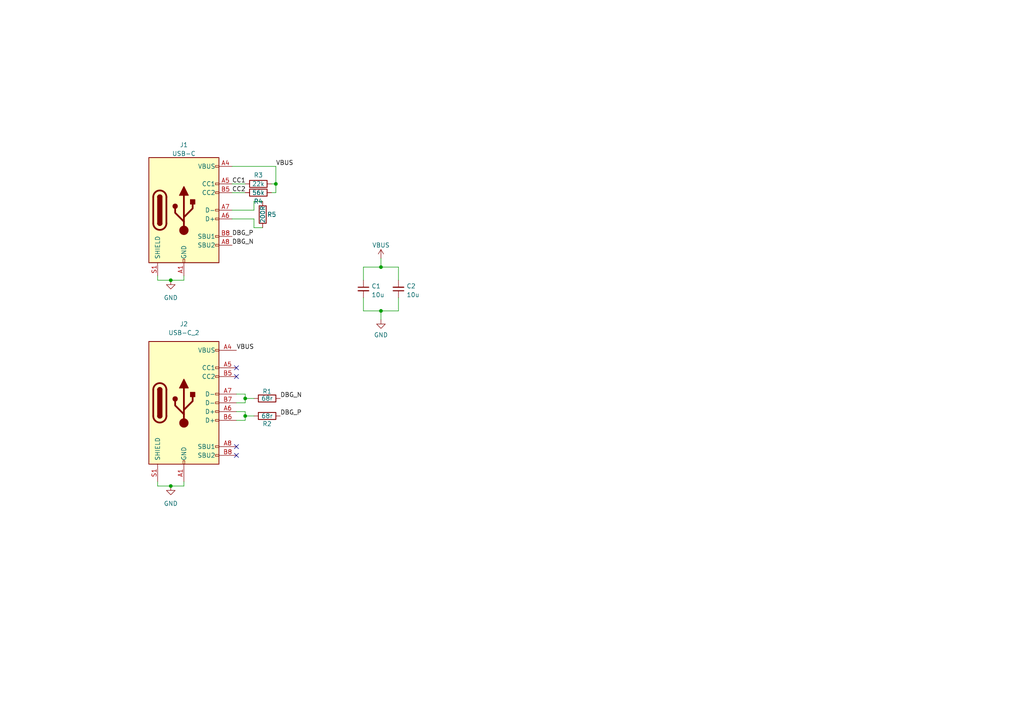
<source format=kicad_sch>
(kicad_sch (version 20231120) (generator "eeschema") (generator_version "8.0")
  (paper "A4")
  (lib_symbols
    (symbol "1_My_Symbols:USB_C_Debug_Plug" (pin_names (offset 1.016))
      (property "Reference" "P" (at -10.16 19.05 0))
      (property "Value" "USB_C_Debug_Plug" (at 12.7 19.05 0))
      (symbol "USB_C_Debug_Plug_0_0"
        (rectangle (start -0.254 -15.24) (end 0.254 -14.224))
        (rectangle (start 10.16 -9.906) (end 9.144 -10.414))
        (rectangle (start 10.16 -7.366) (end 9.144 -7.874))
        (rectangle (start 10.16 -2.286) (end 9.144 -2.794))
        (rectangle (start 10.16 0.254) (end 9.144 -0.254))
        (rectangle (start 10.16 5.334) (end 9.144 4.826))
        (rectangle (start 10.16 7.874) (end 9.144 7.366))
        (rectangle (start 10.16 12.954) (end 9.144 12.446))
        (pin bidirectional line (at 13.97 -10.16 180) (length 3.81) (name "SBU2") (number "A8"))
        (pin bidirectional line (at 13.97 -7.62 180) (length 3.81) (name "SBU1") (number "B8"))
      )
      (symbol "USB_C_Debug_Plug_0_1"
        (rectangle (start -10.16 15.24) (end 10.16 -15.24) (stroke (width 0.254)) (fill (type background)))
        (arc (start -8.89 -3.81) (mid -6.985 -5.7067) (end -5.08 -3.81) (stroke (width 0.508)))
        (arc (start -7.62 -3.81) (mid -6.985 -4.4423) (end -6.35 -3.81) (stroke (width 0.254)))
        (arc (start -7.62 -3.81) (mid -6.985 -4.4423) (end -6.35 -3.81) (stroke (width 0.254)) (fill (type outline)))
        (rectangle (start -7.62 -3.81) (end -6.35 3.81) (stroke (width 0.254)) (fill (type outline)))
        (arc (start -6.35 3.81) (mid -6.985 4.4423) (end -7.62 3.81) (stroke (width 0.254)))
        (arc (start -6.35 3.81) (mid -6.985 4.4423) (end -7.62 3.81) (stroke (width 0.254)) (fill (type outline)))
        (arc (start -5.08 3.81) (mid -6.985 5.7067) (end -8.89 3.81) (stroke (width 0.508)))
        (circle (center -2.54 1.143) (radius 0.635) (stroke (width 0.254)) (fill (type outline)))
        (circle (center 0 -5.842) (radius 1.27) (fill (type outline)))
        (polyline (pts (xy -8.89 -3.81) (xy -8.89 3.81)) (stroke (width 0.508)))
        (polyline (pts (xy -5.08 3.81) (xy -5.08 -3.81)) (stroke (width 0.508)))
        (polyline (pts (xy 0 -5.842) (xy 0 4.318)) (stroke (width 0.508)))
        (polyline (pts (xy 0 -3.302) (xy -2.54 -0.762) (xy -2.54 0.508)) (stroke (width 0.508)))
        (polyline (pts (xy 0 -2.032) (xy 2.54 0.508) (xy 2.54 1.778)) (stroke (width 0.508)))
        (polyline (pts (xy -1.27 4.318) (xy 0 6.858) (xy 1.27 4.318) (xy -1.27 4.318)) (stroke (width 0.254)) (fill (type outline)))
        (rectangle (start 1.905 1.778) (end 3.175 3.048) (stroke (width 0.254)) (fill (type outline)))
      )
      (symbol "USB_C_Debug_Plug_1_1"
        (pin passive line (at 0 -19.05 90) (length 3.81) (name "GND") (number "A1"))
        (pin passive line (at 0 -19.05 90) (length 3.81) hide (name "GND") (number "A12"))
        (pin passive line (at 13.97 12.7 180) (length 3.81) (name "VBUS") (number "A4"))
        (pin bidirectional line (at 13.97 7.62 180) (length 3.81) (name "CC1") (number "A5"))
        (pin bidirectional line (at 13.97 -2.54 180) (length 3.81) (name "D+") (number "A6"))
        (pin bidirectional line (at 13.97 0 180) (length 3.81) (name "D-") (number "A7"))
        (pin passive line (at 13.97 12.7 180) (length 3.81) hide (name "VBUS") (number "A9"))
        (pin passive line (at 0 -19.05 90) (length 3.81) hide (name "GND") (number "B1"))
        (pin passive line (at 0 -19.05 90) (length 3.81) hide (name "GND") (number "B12"))
        (pin passive line (at 13.97 12.7 180) (length 3.81) hide (name "VBUS") (number "B4"))
        (pin bidirectional line (at 13.97 5.08 180) (length 3.81) (name "CC2") (number "B5"))
        (pin passive line (at 13.97 12.7 180) (length 3.81) hide (name "VBUS") (number "B9"))
        (pin passive line (at -7.62 -19.05 90) (length 3.81) (name "SHIELD") (number "S1"))
      )
    )
    (symbol "Connector:USB_C_Receptacle_USB2.0" (pin_names (offset 1.016))
      (property "Reference" "J" (at -10.16 19.05 0))
      (property "Value" "USB_C_Receptacle_USB2.0" (at 19.05 19.05 0))
      (symbol "USB_C_Receptacle_USB2.0_0_0"
        (rectangle (start -0.254 -17.78) (end 0.254 -16.764))
        (rectangle (start 10.16 -14.986) (end 9.144 -15.494))
        (rectangle (start 10.16 -12.446) (end 9.144 -12.954))
        (rectangle (start 10.16 -4.826) (end 9.144 -5.334))
        (rectangle (start 10.16 -2.286) (end 9.144 -2.794))
        (rectangle (start 10.16 0.254) (end 9.144 -0.254))
        (rectangle (start 10.16 2.794) (end 9.144 2.286))
        (rectangle (start 10.16 7.874) (end 9.144 7.366))
        (rectangle (start 10.16 10.414) (end 9.144 9.906))
        (rectangle (start 10.16 15.494) (end 9.144 14.986))
      )
      (symbol "USB_C_Receptacle_USB2.0_0_1"
        (rectangle (start -10.16 17.78) (end 10.16 -17.78) (stroke (width 0.254)) (fill (type background)))
        (arc (start -8.89 -3.81) (mid -6.985 -5.7067) (end -5.08 -3.81) (stroke (width 0.508)))
        (arc (start -7.62 -3.81) (mid -6.985 -4.4423) (end -6.35 -3.81) (stroke (width 0.254)))
        (arc (start -7.62 -3.81) (mid -6.985 -4.4423) (end -6.35 -3.81) (stroke (width 0.254)) (fill (type outline)))
        (rectangle (start -7.62 -3.81) (end -6.35 3.81) (stroke (width 0.254)) (fill (type outline)))
        (arc (start -6.35 3.81) (mid -6.985 4.4423) (end -7.62 3.81) (stroke (width 0.254)))
        (arc (start -6.35 3.81) (mid -6.985 4.4423) (end -7.62 3.81) (stroke (width 0.254)) (fill (type outline)))
        (arc (start -5.08 3.81) (mid -6.985 5.7067) (end -8.89 3.81) (stroke (width 0.508)))
        (circle (center -2.54 1.143) (radius 0.635) (stroke (width 0.254)) (fill (type outline)))
        (circle (center 0 -5.842) (radius 1.27) (fill (type outline)))
        (polyline (pts (xy -8.89 -3.81) (xy -8.89 3.81)) (stroke (width 0.508)))
        (polyline (pts (xy -5.08 3.81) (xy -5.08 -3.81)) (stroke (width 0.508)))
        (polyline (pts (xy 0 -5.842) (xy 0 4.318)) (stroke (width 0.508)))
        (polyline (pts (xy 0 -3.302) (xy -2.54 -0.762) (xy -2.54 0.508)) (stroke (width 0.508)))
        (polyline (pts (xy 0 -2.032) (xy 2.54 0.508) (xy 2.54 1.778)) (stroke (width 0.508)))
        (polyline (pts (xy -1.27 4.318) (xy 0 6.858) (xy 1.27 4.318) (xy -1.27 4.318)) (stroke (width 0.254)) (fill (type outline)))
        (rectangle (start 1.905 1.778) (end 3.175 3.048) (stroke (width 0.254)) (fill (type outline)))
      )
      (symbol "USB_C_Receptacle_USB2.0_1_1"
        (pin passive line (at 0 -22.86 90) (length 5.08) (name "GND") (number "A1"))
        (pin passive line (at 0 -22.86 90) (length 5.08) hide (name "GND") (number "A12"))
        (pin passive line (at 15.24 15.24 180) (length 5.08) (name "VBUS") (number "A4"))
        (pin bidirectional line (at 15.24 10.16 180) (length 5.08) (name "CC1") (number "A5"))
        (pin bidirectional line (at 15.24 -2.54 180) (length 5.08) (name "D+") (number "A6"))
        (pin bidirectional line (at 15.24 2.54 180) (length 5.08) (name "D-") (number "A7"))
        (pin bidirectional line (at 15.24 -12.7 180) (length 5.08) (name "SBU1") (number "A8"))
        (pin passive line (at 15.24 15.24 180) (length 5.08) hide (name "VBUS") (number "A9"))
        (pin passive line (at 0 -22.86 90) (length 5.08) hide (name "GND") (number "B1"))
        (pin passive line (at 0 -22.86 90) (length 5.08) hide (name "GND") (number "B12"))
        (pin passive line (at 15.24 15.24 180) (length 5.08) hide (name "VBUS") (number "B4"))
        (pin bidirectional line (at 15.24 7.62 180) (length 5.08) (name "CC2") (number "B5"))
        (pin bidirectional line (at 15.24 -5.08 180) (length 5.08) (name "D+") (number "B6"))
        (pin bidirectional line (at 15.24 0 180) (length 5.08) (name "D-") (number "B7"))
        (pin bidirectional line (at 15.24 -15.24 180) (length 5.08) (name "SBU2") (number "B8"))
        (pin passive line (at 15.24 15.24 180) (length 5.08) hide (name "VBUS") (number "B9"))
        (pin passive line (at -7.62 -22.86 90) (length 5.08) (name "SHIELD") (number "S1"))
      )
    )
    (symbol "Device:C_Small" (pin_numbers hide) (pin_names (offset 0.254) hide)
      (property "Reference" "C" (at 0.254 1.778 0))
      (property "Value" "C_Small" (at 0.254 -2.032 0))
      (symbol "C_Small_0_1"
        (polyline (pts (xy -1.524 -0.508) (xy 1.524 -0.508)) (stroke (width 0.3302)))
        (polyline (pts (xy -1.524 0.508) (xy 1.524 0.508)) (stroke (width 0.3048)))
      )
      (symbol "C_Small_1_1"
        (pin passive line (at 0 2.54 270) (length 2.032) (name "~") (number "1"))
        (pin passive line (at 0 -2.54 90) (length 2.032) (name "~") (number "2"))
      )
    )
    (symbol "Device:R" (pin_numbers hide) (pin_names (offset 0))
      (property "Reference" "R" (at 2.032 0 90))
      (property "Value" "R" (at 0 0 90))
      (symbol "R_0_1"
        (rectangle (start -1.016 -2.54) (end 1.016 2.54) (stroke (width 0.254)))
      )
      (symbol "R_1_1"
        (pin passive line (at 0 3.81 270) (length 1.27) (name "~") (number "1"))
        (pin passive line (at 0 -3.81 90) (length 1.27) (name "~") (number "2"))
      )
    )
    (symbol "power:GND" (power) (pin_names (offset 0))
      (property "Value" "GND" (at 0 -3.81 0))
      (symbol "GND_0_1"
        (polyline (pts (xy 0 0) (xy 0 -1.27) (xy 1.27 -1.27) (xy 0 -2.54) (xy -1.27 -1.27) (xy 0 -1.27)))
      )
      (symbol "GND_1_1"
        (pin power_in line (at 0 0 270) (length 0) hide (name "GND") (number "1"))
      )
    )
    (symbol "power:VBUS" (power) (pin_names (offset 0))
      (property "Value" "VBUS" (at 0 3.81 0))
      (symbol "VBUS_0_1"
        (polyline (pts (xy -0.762 1.27) (xy 0 2.54)))
        (polyline (pts (xy 0 0) (xy 0 2.54)))
        (polyline (pts (xy 0 2.54) (xy 0.762 1.27)))
      )
      (symbol "VBUS_1_1"
        (pin power_in line (at 0 0 90) (length 0) hide (name "VBUS") (number "1"))
      )
    )
  )
  (junction (at 71.12 115.57))
  (junction (at 110.49 90.17))
  (junction (at 49.53 140.97))
  (junction (at 49.53 81.28))
  (junction (at 80.01 53.34))
  (junction (at 110.49 77.47))
  (junction (at 71.12 120.65))
  (no_connect (at 68.58 106.68))
  (no_connect (at 68.58 109.22))
  (no_connect (at 68.58 132.08))
  (no_connect (at 68.58 129.54))
  (wire (pts (xy 71.12 115.57) (xy 71.12 116.84)))
  (wire (pts (xy 105.41 86.36) (xy 105.41 90.17)))
  (wire (pts (xy 115.57 77.47) (xy 115.57 81.28)))
  (wire (pts (xy 67.31 60.96) (xy 73.66 60.96)))
  (wire (pts (xy 49.53 140.97) (xy 53.34 140.97)))
  (wire (pts (xy 71.12 53.34) (xy 67.31 53.34)))
  (wire (pts (xy 71.12 119.38) (xy 71.12 120.65)))
  (wire (pts (xy 105.41 77.47) (xy 105.41 81.28)))
  (wire (pts (xy 53.34 140.97) (xy 53.34 139.7)))
  (wire (pts (xy 78.74 53.34) (xy 80.01 53.34)))
  (wire (pts (xy 71.12 116.84) (xy 68.58 116.84)))
  (wire (pts (xy 71.12 114.3) (xy 71.12 115.57)))
  (wire (pts (xy 115.57 86.36) (xy 115.57 90.17)))
  (wire (pts (xy 73.66 58.42) (xy 76.2 58.42)))
  (wire (pts (xy 80.01 53.34) (xy 80.01 48.26)))
  (wire (pts (xy 45.72 140.97) (xy 49.53 140.97)))
  (wire (pts (xy 73.66 66.04) (xy 73.66 63.5)))
  (wire (pts (xy 80.01 55.88) (xy 80.01 53.34)))
  (wire (pts (xy 45.72 81.28) (xy 49.53 81.28)))
  (wire (pts (xy 45.72 139.7) (xy 45.72 140.97)))
  (wire (pts (xy 71.12 121.92) (xy 68.58 121.92)))
  (wire (pts (xy 45.72 80.01) (xy 45.72 81.28)))
  (wire (pts (xy 73.66 63.5) (xy 67.31 63.5)))
  (wire (pts (xy 49.53 81.28) (xy 53.34 81.28)))
  (wire (pts (xy 110.49 90.17) (xy 105.41 90.17)))
  (wire (pts (xy 68.58 114.3) (xy 71.12 114.3)))
  (wire (pts (xy 71.12 55.88) (xy 67.31 55.88)))
  (wire (pts (xy 78.74 55.88) (xy 80.01 55.88)))
  (wire (pts (xy 68.58 119.38) (xy 71.12 119.38)))
  (wire (pts (xy 73.66 60.96) (xy 73.66 58.42)))
  (wire (pts (xy 110.49 77.47) (xy 110.49 74.93)))
  (wire (pts (xy 71.12 120.65) (xy 73.66 120.65)))
  (wire (pts (xy 76.2 66.04) (xy 73.66 66.04)))
  (wire (pts (xy 71.12 115.57) (xy 73.66 115.57)))
  (wire (pts (xy 115.57 90.17) (xy 110.49 90.17)))
  (wire (pts (xy 67.31 48.26) (xy 80.01 48.26)))
  (wire (pts (xy 71.12 120.65) (xy 71.12 121.92)))
  (wire (pts (xy 110.49 90.17) (xy 110.49 92.71)))
  (wire (pts (xy 53.34 81.28) (xy 53.34 80.01)))
  (wire (pts (xy 110.49 77.47) (xy 115.57 77.47)))
  (wire (pts (xy 110.49 77.47) (xy 105.41 77.47)))
  (label "VBUS" (at 80.01 48.26 0))
  (label "DBG_P" (at 81.28 120.65 0))
  (label "DBG_P" (at 67.31 68.58 0))
  (label "DBG_N" (at 81.28 115.57 0))
  (label "CC2" (at 67.31 55.88 0))
  (label "VBUS" (at 68.58 101.6 0))
  (label "CC1" (at 67.31 53.34 0))
  (label "DBG_N" (at 67.31 71.12 0))
  (symbol (lib_id "Device:R") (at 76.2 62.23 0) (unit 1)
    (property "Reference" "R5" (at 77.47 62.23 0) (effects (justify left)))
    (property "Value" "200R" (at 76.2 64.77 90) (effects (justify left)))
    (property "Footprint" "Resistor_SMD:R_0402_1005Metric" (effects (hide yes)))
  )
  (symbol (lib_id "Device:R") (at 74.93 53.34 90) (unit 1)
    (property "Reference" "R3" (at 74.93 50.8 90))
    (property "Value" "22k" (at 74.93 53.34 90))
    (property "Footprint" "Resistor_SMD:R_0402_1005Metric" (effects (hide yes)))
  )
  (symbol (lib_id "power:VBUS") (at 110.49 74.93 0) (unit 1)
    (property "Reference" "#PWR01" (effects (hide yes)))
    (property "Value" "VBUS" (at 110.49 71.12 0))
  )
  (symbol (lib_id "Device:R") (at 77.47 115.57 270) (unit 1)
    (property "Reference" "R1" (at 77.47 113.538 90))
    (property "Value" "68r" (at 77.47 115.57 90))
    (property "Footprint" "Resistor_SMD:R_0402_1005Metric" (effects (hide yes)))
    (property "Description" "Resistor" (effects (hide yes)))
  )
  (symbol (lib_id "power:GND") (at 49.53 81.28 0) (unit 1)
    (property "Reference" "#PWR02" (effects (hide yes)))
    (property "Value" "GND" (at 49.53 86.36 0))
  )
  (symbol (lib_id "Device:R") (at 77.47 120.65 270) (unit 1)
    (property "Reference" "R2" (at 77.47 122.936 90))
    (property "Value" "68r" (at 77.47 120.65 90))
    (property "Footprint" "Resistor_SMD:R_0402_1005Metric" (effects (hide yes)))
    (property "Description" "Resistor" (effects (hide yes)))
  )
  (symbol (lib_id "Connector:USB_C_Receptacle_USB2.0") (at 53.34 116.84 0) (unit 1)
    (property "Reference" "J2" (at 53.34 93.98 0))
    (property "Value" "USB-C_2" (at 53.34 96.52 0))
    (property "Footprint" "Connector_USB:USB_C_Receptacle_HRO_TYPE-C-31-M-12" (effects (hide yes)))
    (property "Datasheet" "https://www.usb.org/sites/default/files/documents/usb_type-c.zip" (effects (hide yes)))
  )
  (symbol (lib_id "power:GND") (at 110.49 92.71 0) (unit 1)
    (property "Reference" "#PWR03" (effects (hide yes)))
    (property "Value" "GND" (at 110.49 97.1534 0))
  )
  (symbol (lib_id "Device:R") (at 74.93 55.88 90) (unit 1)
    (property "Reference" "R4" (at 74.93 58.42 90))
    (property "Value" "56k" (at 74.93 55.88 90))
    (property "Footprint" "Resistor_SMD:R_0402_1005Metric" (effects (hide yes)))
  )
  (symbol (lib_id "1_My_Symbols:USB_C_Debug_Plug") (at 53.34 60.96 0) (unit 1)
    (property "Reference" "J1" (at 53.34 42.0202 0))
    (property "Value" "USB-C" (at 53.34 44.5571 0))
    (property "Footprint" "Connector_USB:USB_C_Plug_Molex_105444" (effects (hide yes)))
  )
  (symbol (lib_id "Device:C_Small") (at 105.41 83.82 0) (unit 1)
    (property "Reference" "C1" (at 107.7341 82.9916 0) (effects (justify left)))
    (property "Value" "10u" (at 107.7341 85.5285 0) (effects (justify left)))
    (property "Footprint" "Capacitor_SMD:C_0603_1608Metric" (effects (hide yes)))
  )
  (symbol (lib_id "power:GND") (at 49.53 140.97 0) (unit 1)
    (property "Reference" "#PWR04" (effects (hide yes)))
    (property "Value" "GND" (at 49.53 146.05 0))
  )
  (symbol (lib_id "Device:C_Small") (at 115.57 83.82 180) (unit 1)
    (property "Reference" "C2" (at 117.8941 82.9789 0) (effects (justify right)))
    (property "Value" "10u" (at 117.8941 85.5158 0) (effects (justify right)))
    (property "Footprint" "Capacitor_SMD:C_0603_1608Metric" (effects (hide yes)))
  )
)
</source>
